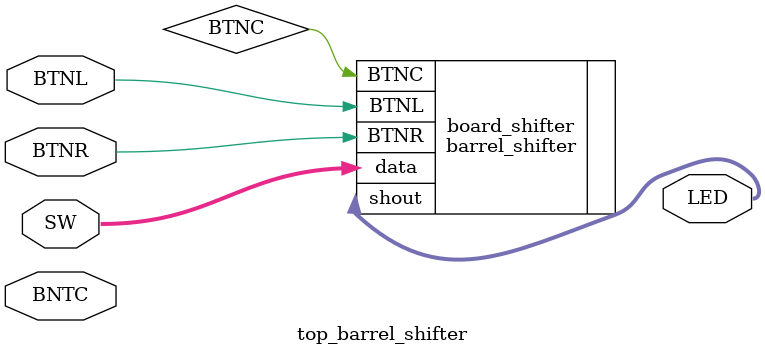
<source format=sv>
module top_barrel_shifter(
	input logic [15:0] SW, //input data
	input logic BTNR, //BTNR
	input logic BTNL, //BTNL
	input logic BNTC,
	output logic [0:15] LED //output
	);

	barrel_shifter board_shifter (
		.data(SW),
		.BTNC(BTNC),
		.BTNR(BTNR),
		.BTNL(BTNL),
		.shout(LED)
		);

endmodule : top_barrel_shifter

</source>
